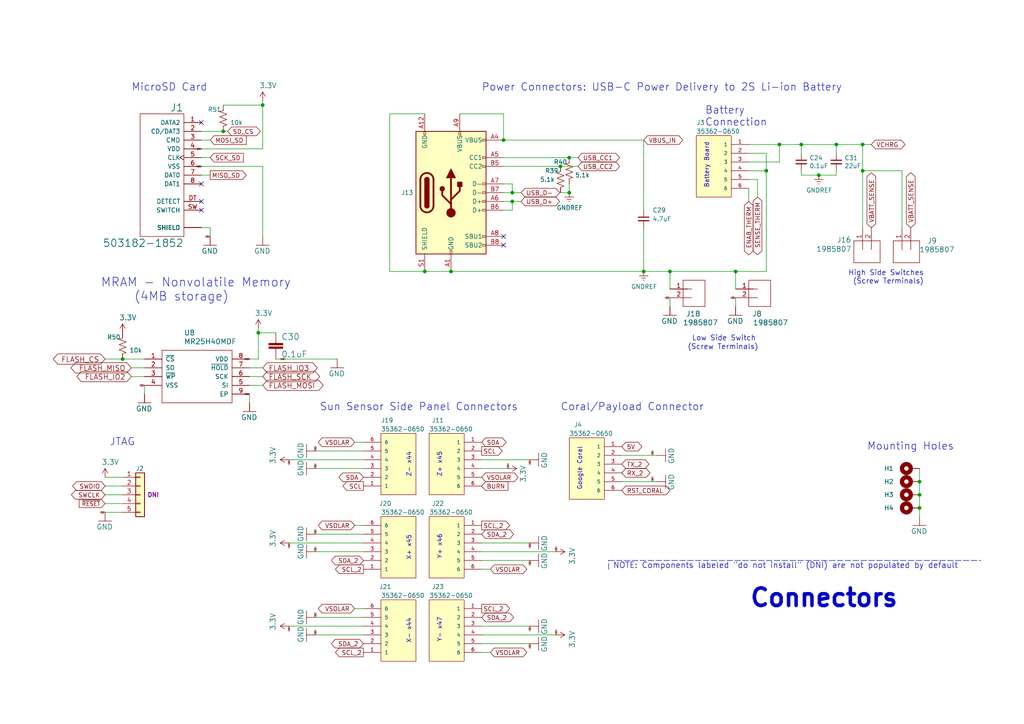
<source format=kicad_sch>
(kicad_sch (version 20211123) (generator eeschema)
  (paper "A4")
  (title_block (title "PyCubed Mainboard") (date "2021-06-09") (rev "v05c") (company "Max Holliday"))
  (lib_symbols
    (symbol "Connector_Generic:Conn_01x05" (pin_names (offset 1.016) hide)
      (property "Reference" "J" (at 0 7.62 0))
      (property "Value" "Conn_01x05" (at 0 -7.62 0))
      (symbol "Conn_01x05_1_1"
        (rectangle (start -1.27 -4.953) (end 0 -5.207) (stroke (width 0.1524)))
        (rectangle (start -1.27 -2.413) (end 0 -2.667) (stroke (width 0.1524)))
        (rectangle (start -1.27 0.127) (end 0 -0.127) (stroke (width 0.1524)))
        (rectangle (start -1.27 2.667) (end 0 2.413) (stroke (width 0.1524)))
        (rectangle (start -1.27 5.207) (end 0 4.953) (stroke (width 0.1524)))
        (rectangle (start -1.27 6.35) (end 1.27 -6.35) (stroke (width 0.254)) (fill (type background)))
        (pin passive line (at -5.08 5.08 0) (length 3.81) (name "Pin_1") (number "1"))
        (pin passive line (at -5.08 2.54 0) (length 3.81) (name "Pin_2") (number "2"))
        (pin passive line (at -5.08 0 0) (length 3.81) (name "Pin_3") (number "3"))
        (pin passive line (at -5.08 -2.54 0) (length 3.81) (name "Pin_4") (number "4"))
        (pin passive line (at -5.08 -5.08 0) (length 3.81) (name "Pin_5") (number "5"))
      )
    )
    (symbol "Device:C_Small" (pin_numbers hide) (pin_names (offset 0.254) hide)
      (property "Reference" "C" (at 0.254 1.778 0))
      (property "Value" "C_Small" (at 0.254 -2.032 0))
      (symbol "C_Small_0_1"
        (polyline (pts (xy -1.524 -0.508) (xy 1.524 -0.508)) (stroke (width 0.3302)))
        (polyline (pts (xy -1.524 0.508) (xy 1.524 0.508)) (stroke (width 0.3048)))
      )
      (symbol "C_Small_1_1"
        (pin passive line (at 0 2.54 270) (length 2.032) (name "~") (number "1"))
        (pin passive line (at 0 -2.54 90) (length 2.032) (name "~") (number "2"))
      )
    )
    (symbol "Device:R_US" (pin_numbers hide) (pin_names (offset 0))
      (property "Reference" "R" (at 2.54 0 90))
      (property "Value" "R_US" (at -2.54 0 90))
      (symbol "R_US_0_1"
        (polyline (pts (xy 0 -2.286) (xy 0 -2.54)))
        (polyline (pts (xy 0 2.286) (xy 0 2.54)))
        (polyline (pts (xy 0 -0.762) (xy 1.016 -1.143) (xy 0 -1.524) (xy -1.016 -1.905) (xy 0 -2.286)))
        (polyline (pts (xy 0 0.762) (xy 1.016 0.381) (xy 0 0) (xy -1.016 -0.381) (xy 0 -0.762)))
        (polyline (pts (xy 0 2.286) (xy 1.016 1.905) (xy 0 1.524) (xy -1.016 1.143) (xy 0 0.762)))
      )
      (symbol "R_US_1_1"
        (pin passive line (at 0 3.81 270) (length 1.27) (name "~") (number "1"))
        (pin passive line (at 0 -3.81 90) (length 1.27) (name "~") (number "2"))
      )
    )
    (symbol "Mechanical:MountingHole_Pad" (pin_numbers hide) (pin_names (offset 1.016) hide)
      (property "Reference" "H" (at 0 6.35 0))
      (property "Value" "MountingHole_Pad" (at 0 4.445 0))
      (symbol "MountingHole_Pad_0_1"
        (circle (center 0 1.27) (radius 1.27) (stroke (width 1.27)))
      )
      (symbol "MountingHole_Pad_1_1"
        (pin input line (at 0 -2.54 90) (length 2.54) (name "1") (number "1"))
      )
    )
    (symbol "mainboard:2.2UF-0603-10V-20%" (pin_names (offset 1.016))
      (property "Reference" "C" (at 1.524 2.921 0))
      (property "Value" "2.2UF-0603-10V-20%" (at 1.524 -2.159 0))
      (symbol "2.2UF-0603-10V-20%_1_0"
        (rectangle (start -2.032 0.508) (end 2.032 1.016) (fill (type outline)))
        (rectangle (start -2.032 1.524) (end 2.032 2.032) (fill (type outline)))
        (polyline (pts (xy 0 0) (xy 0 0.508)))
        (polyline (pts (xy 0 2.54) (xy 0 2.032)))
        (pin passive line (at 0 5.08 270) (length 2.54) (name "1") (number "1"))
        (pin passive line (at 0 -2.54 90) (length 2.54) (name "2") (number "2"))
      )
    )
    (symbol "mainboard:3.3V" (power) (pin_names (offset 1.016))
      (property "Value" "3.3V" (at -1.016 3.556 0))
      (symbol "3.3V_1_0"
        (polyline (pts (xy 0 2.54) (xy -0.762 1.27)))
        (polyline (pts (xy 0.762 1.27) (xy 0 2.54)))
        (pin power_in line (at 0 0 90) (length 2.54) (name "3.3V") (number "1"))
      )
    )
    (symbol "mainboard:35362-0650" (pin_names (offset 1.016))
      (property "Reference" "J" (at -5.334 11.4554 0))
      (property "Value" "35362-0650" (at -6.096 -11.684 0))
      (symbol "35362-0650_0_0"
        (rectangle (start -5.08 -7.62) (end 5.08 10.16) (stroke (width 0.1524)) (fill (type background)))
        (pin passive line (at 10.16 7.62 180) (length 5.08) (name "1") (number "1"))
        (pin passive line (at 10.16 5.08 180) (length 5.08) (name "2") (number "2"))
        (pin passive line (at 10.16 2.54 180) (length 5.08) (name "3") (number "3"))
        (pin passive line (at 10.16 0 180) (length 5.08) (name "4") (number "4"))
        (pin passive line (at 10.16 -2.54 180) (length 5.08) (name "5") (number "5"))
        (pin passive line (at 10.16 -5.08 180) (length 5.08) (name "6") (number "6"))
      )
    )
    (symbol "mainboard:503182-1852" (pin_names (offset 1.016))
      (property "Reference" "J" (at 0 18.3642 0))
      (property "Value" "503182-1852" (at 0 -20.9042 0))
      (symbol "503182-1852_1_0"
        (polyline (pts (xy 0 -17.78) (xy 12.7 -17.78)))
        (polyline (pts (xy 0 17.78) (xy 0 -17.78)))
        (polyline (pts (xy 12.7 -17.78) (xy 12.7 17.78)))
        (polyline (pts (xy 12.7 17.78) (xy 0 17.78)))
        (pin bidirectional line (at -5.08 15.24 0) (length 5.08) (name "DATA2") (number "1"))
        (pin bidirectional line (at -5.08 12.7 0) (length 5.08) (name "CD/DAT3") (number "2"))
        (pin bidirectional line (at -5.08 10.16 0) (length 5.08) (name "CMD") (number "3"))
        (pin power_in line (at -5.08 7.62 0) (length 5.08) (name "VDD") (number "4"))
        (pin bidirectional clock (at -5.08 5.08 0) (length 5.08) (name "CLK") (number "5"))
        (pin power_in line (at -5.08 2.54 0) (length 5.08) (name "VSS") (number "6"))
        (pin bidirectional line (at -5.08 0 0) (length 5.08) (name "DAT0") (number "7"))
        (pin bidirectional line (at -5.08 -2.54 0) (length 5.08) (name "DAT1") (number "8"))
        (pin bidirectional line (at -5.08 -7.62 0) (length 5.08) (name "DETECT") (number "DT"))
        (pin passive line (at -5.08 -15.24 0) (length 5.08) (name "SHIELD") (number "P1"))
        (pin passive line (at -5.08 -15.24 0) (length 5.08) (name "SHIELD") (number "P2"))
        (pin passive line (at -5.08 -15.24 0) (length 5.08) (name "SHIELD") (number "P3"))
        (pin passive line (at -5.08 -15.24 0) (length 5.08) (name "SHIELD") (number "P4"))
        (pin passive line (at -5.08 -15.24 0) (length 5.08) (name "SHIELD") (number "P5"))
        (pin bidirectional line (at -5.08 -10.16 0) (length 5.08) (name "SWITCH") (number "SW"))
      )
    )
    (symbol "mainboard:GND" (power) (pin_names (offset 1.016))
      (property "Value" "GND" (at -2.54 -2.54 0))
      (symbol "GND_1_0"
        (polyline (pts (xy -1.905 0) (xy 1.905 0)))
        (pin power_in line (at 0 2.54 270) (length 2.54) (name "GND") (number "1"))
      )
    )
    (symbol "mainboard:M023.5MM_LOCK" (pin_names (offset 1.016))
      (property "Reference" "JP" (at -2.54 5.842 0))
      (property "Value" "M023.5MM_LOCK" (at -2.54 -5.08 0))
      (symbol "M023.5MM_LOCK_1_0"
        (polyline (pts (xy -2.54 5.08) (xy -2.54 -2.54)))
        (polyline (pts (xy -2.54 5.08) (xy 3.81 5.08)))
        (polyline (pts (xy 1.27 0) (xy 2.54 0)))
        (polyline (pts (xy 1.27 2.54) (xy 2.54 2.54)))
        (polyline (pts (xy 3.81 -2.54) (xy -2.54 -2.54)))
        (polyline (pts (xy 3.81 -2.54) (xy 3.81 5.08)))
        (pin passive line (at 7.62 0 180) (length 5.08) (name "1") (number "1"))
        (pin passive line (at 7.62 2.54 180) (length 5.08) (name "2") (number "2"))
      )
    )
    (symbol "mainboard:MR25H40MDF" (pin_names (offset 1.016))
      (property "Reference" "U" (at 11.43 7.62 0))
      (property "Value" "MR25H40MDF" (at 11.43 5.08 0))
      (symbol "MR25H40MDF_1_0"
        (polyline (pts (xy 5.08 2.54) (xy 5.08 -12.7)))
        (polyline (pts (xy 5.08 2.54) (xy 25.4 2.54)))
        (polyline (pts (xy 25.4 -12.7) (xy 5.08 -12.7)))
        (polyline (pts (xy 25.4 -12.7) (xy 25.4 2.54)))
        (pin bidirectional line (at 0 0 0) (length 5.08) (name "~{CS}") (number "1"))
        (pin bidirectional line (at 0 -2.54 0) (length 5.08) (name "SO") (number "2"))
        (pin bidirectional line (at 0 -5.08 0) (length 5.08) (name "~{WP}") (number "3"))
        (pin bidirectional line (at 0 -7.62 0) (length 5.08) (name "VSS") (number "4"))
        (pin bidirectional line (at 30.48 -7.62 180) (length 5.08) (name "SI") (number "5"))
        (pin bidirectional line (at 30.48 -5.08 180) (length 5.08) (name "SCK") (number "6"))
        (pin bidirectional line (at 30.48 -2.54 180) (length 5.08) (name "~{HOLD}") (number "7"))
        (pin bidirectional line (at 30.48 0 180) (length 5.08) (name "VDD") (number "8"))
        (pin bidirectional line (at 30.48 -10.16 180) (length 5.08) (name "EP") (number "9"))
      )
    )
    (symbol "mainboard:USB_C_pycubed" (pin_names (offset 1.016))
      (property "Reference" "J" (at -12.7 0 90))
      (symbol "USB_C_pycubed_1_1"
        (rectangle (start -10.16 17.78) (end 10.16 -17.78) (stroke (width 0.254)) (fill (type background)))
        (arc (start -8.89 -3.81) (mid -6.985 -5.715) (end -5.08 -3.81) (stroke (width 0.508)))
        (rectangle (start -7.874 17.78) (end -7.366 16.764))
        (arc (start -7.62 -3.81) (mid -6.985 -4.445) (end -6.35 -3.81) (stroke (width 0.254)))
        (arc (start -7.62 -3.81) (mid -6.985 -4.445) (end -6.35 -3.81) (stroke (width 0.254)) (fill (type outline)))
        (rectangle (start -7.62 -3.81) (end -6.35 3.81) (stroke (width 0.254)) (fill (type outline)))
        (arc (start -6.35 3.81) (mid -6.985 4.445) (end -7.62 3.81) (stroke (width 0.254)))
        (arc (start -6.35 3.81) (mid -6.985 4.445) (end -7.62 3.81) (stroke (width 0.254)) (fill (type outline)))
        (arc (start -5.08 3.81) (mid -6.985 5.715) (end -8.89 3.81) (stroke (width 0.508)))
        (circle (center -2.54 1.143) (radius 0.635) (stroke (width 0.254)) (fill (type outline)))
        (rectangle (start -0.254 -17.78) (end 0.254 -16.764))
        (circle (center 0 -5.842) (radius 1.27) (fill (type outline)))
        (polyline (pts (xy -8.89 -3.81) (xy -8.89 3.81)) (stroke (width 0.508)))
        (polyline (pts (xy -5.08 3.81) (xy -5.08 -3.81)) (stroke (width 0.508)))
        (polyline (pts (xy 0 -5.842) (xy 0 4.318)) (stroke (width 0.508)))
        (polyline (pts (xy 0 -3.302) (xy -2.54 -0.762) (xy -2.54 0.508)) (stroke (width 0.508)))
        (polyline (pts (xy 0 -2.032) (xy 2.54 0.508) (xy 2.54 1.778)) (stroke (width 0.508)))
        (polyline (pts (xy -1.27 4.318) (xy 0 6.858) (xy 1.27 4.318) (xy -1.27 4.318)) (stroke (width 0.254)) (fill (type outline)))
        (rectangle (start 1.905 1.778) (end 3.175 3.048) (stroke (width 0.254)) (fill (type outline)))
        (rectangle (start 2.286 17.78) (end 2.794 16.764))
        (rectangle (start 10.16 -14.986) (end 9.144 -15.494))
        (rectangle (start 10.16 -12.446) (end 9.144 -12.954))
        (rectangle (start 10.16 -4.826) (end 9.144 -5.334))
        (rectangle (start 10.16 -2.286) (end 9.144 -2.794))
        (rectangle (start 10.16 0.254) (end 9.144 -0.254))
        (rectangle (start 10.16 2.794) (end 9.144 2.286))
        (rectangle (start 10.16 7.874) (end 9.144 7.366))
        (rectangle (start 10.16 10.414) (end 9.144 9.906))
        (rectangle (start 10.16 15.494) (end 9.144 14.986))
        (pin passive line (at 0 -22.86 90) (length 5.08) (name "GND") (number "A1"))
        (pin passive line (at -7.62 22.86 270) (length 5.08) (name "GND") (number "A12"))
        (pin passive line (at 15.24 15.24 180) (length 5.08) (name "VBUS") (number "A4"))
        (pin bidirectional line (at 15.24 10.16 180) (length 5.08) (name "CC1") (number "A5"))
        (pin bidirectional line (at 15.24 -2.54 180) (length 5.08) (name "D+") (number "A6"))
        (pin bidirectional line (at 15.24 2.54 180) (length 5.08) (name "D-") (number "A7"))
        (pin bidirectional line (at 15.24 -12.7 180) (length 5.08) (name "SBU1") (number "A8"))
        (pin passive line (at 2.54 22.86 270) (length 5.08) (name "VBUS") (number "A9"))
        (pin bidirectional line (at 15.24 7.62 180) (length 5.08) (name "CC2") (number "B5"))
        (pin bidirectional line (at 15.24 -5.08 180) (length 5.08) (name "D+") (number "B6"))
        (pin bidirectional line (at 15.24 0 180) (length 5.08) (name "D-") (number "B7"))
        (pin bidirectional line (at 15.24 -15.24 180) (length 5.08) (name "SBU2") (number "B8"))
        (pin passive line (at -7.62 -22.86 90) (length 5.08) (name "SHIELD") (number "S1"))
      )
    )
    (symbol "power:GNDREF" (power) (pin_names (offset 0))
      (property "Value" "GNDREF" (at 0 -3.81 0))
      (symbol "GNDREF_0_1"
        (polyline (pts (xy -0.635 -1.905) (xy 0.635 -1.905)))
        (polyline (pts (xy -0.127 -2.54) (xy 0.127 -2.54)))
        (polyline (pts (xy 0 -1.27) (xy 0 0)))
        (polyline (pts (xy 1.27 -1.27) (xy -1.27 -1.27)))
      )
      (symbol "GNDREF_1_1"
        (pin power_in line (at 0 0 270) (length 0) hide (name "GNDREF") (number "1"))
      )
    )
  )
  (junction (at 74.93 96.52))
  (junction (at 213.36 78.74))
  (junction (at 165.1 45.72))
  (junction (at 123.19 78.74))
  (junction (at 242.57 41.91))
  (junction (at 165.1 55.88))
  (junction (at 186.69 78.74))
  (junction (at 130.81 78.74))
  (junction (at 266.7 143.51))
  (junction (at 35.56 104.14))
  (junction (at 226.06 41.91))
  (junction (at 148.59 55.88))
  (junction (at 266.7 147.32))
  (junction (at 76.2 30.48))
  (junction (at 237.49 50.8))
  (junction (at 232.41 41.91))
  (junction (at 146.05 40.64))
  (junction (at 222.25 49.53))
  (junction (at 250.19 49.53))
  (junction (at 64.77 38.1))
  (junction (at 148.59 58.42))
  (junction (at 266.7 139.7))
  (junction (at 194.31 78.74))
  (junction (at 250.19 41.91))
  (junction (at 162.56 48.26))
  (no_connect (at 146.05 71.12))
  (no_connect (at 58.42 53.34))
  (no_connect (at 58.42 35.56))
  (no_connect (at 58.42 58.42))
  (no_connect (at 58.42 60.96))
  (no_connect (at 146.05 68.58))
  (wire (pts (xy 186.69 66.04) (xy 186.69 78.74)))
  (wire (pts (xy 83.82 157.48) (xy 105.41 157.48)))
  (wire (pts (xy 35.56 143.51) (xy 30.48 143.51)))
  (wire (pts (xy 80.01 96.52) (xy 74.93 96.52)))
  (polyline (pts (xy 176.53 165.1) (xy 176.53 162.56)))
  (wire (pts (xy 217.17 41.91) (xy 226.06 41.91)))
  (wire (pts (xy 76.2 30.48) (xy 76.2 29.21)))
  (wire (pts (xy 91.44 130.81) (xy 105.41 130.81)))
  (wire (pts (xy 194.31 78.74) (xy 213.36 78.74)))
  (wire (pts (xy 139.7 189.23) (xy 142.24 189.23)))
  (wire (pts (xy 76.2 48.26) (xy 76.2 68.58)))
  (wire (pts (xy 180.34 132.08) (xy 190.5 132.08)))
  (wire (pts (xy 165.1 45.72) (xy 167.64 45.72)))
  (wire (pts (xy 35.56 146.05) (xy 30.48 146.05)))
  (wire (pts (xy 64.77 30.48) (xy 76.2 30.48)))
  (wire (pts (xy 146.05 48.26) (xy 162.56 48.26)))
  (wire (pts (xy 113.03 78.74) (xy 113.03 33.02)))
  (wire (pts (xy 219.71 52.07) (xy 219.71 57.15)))
  (wire (pts (xy 242.57 44.45) (xy 242.57 41.91)))
  (wire (pts (xy 194.31 86.36) (xy 194.31 88.9)))
  (wire (pts (xy 222.25 44.45) (xy 222.25 49.53)))
  (wire (pts (xy 162.56 48.26) (xy 167.64 48.26)))
  (wire (pts (xy 232.41 50.8) (xy 232.41 49.53)))
  (wire (pts (xy 266.7 143.51) (xy 266.7 147.32)))
  (wire (pts (xy 153.67 162.56) (xy 139.7 162.56)))
  (wire (pts (xy 64.77 38.1) (xy 66.04 38.1)))
  (wire (pts (xy 146.05 33.02) (xy 146.05 40.64)))
  (wire (pts (xy 105.41 176.53) (xy 102.87 176.53)))
  (wire (pts (xy 91.44 179.07) (xy 105.41 179.07)))
  (wire (pts (xy 30.48 148.59) (xy 35.56 148.59)))
  (wire (pts (xy 147.32 135.89) (xy 139.7 135.89)))
  (wire (pts (xy 58.42 45.72) (xy 60.96 45.72)))
  (wire (pts (xy 105.41 152.4) (xy 102.87 152.4)))
  (wire (pts (xy 266.7 139.7) (xy 266.7 143.51)))
  (wire (pts (xy 250.19 49.53) (xy 261.62 49.53)))
  (wire (pts (xy 91.44 154.94) (xy 105.41 154.94)))
  (wire (pts (xy 148.59 60.96) (xy 148.59 58.42)))
  (wire (pts (xy 213.36 83.82) (xy 213.36 78.74)))
  (wire (pts (xy 76.2 43.18) (xy 76.2 30.48)))
  (wire (pts (xy 58.42 40.64) (xy 60.96 40.64)))
  (wire (pts (xy 146.05 60.96) (xy 148.59 60.96)))
  (wire (pts (xy 72.39 104.14) (xy 74.93 104.14)))
  (wire (pts (xy 250.19 41.91) (xy 250.19 49.53)))
  (wire (pts (xy 217.17 52.07) (xy 219.71 52.07)))
  (wire (pts (xy 148.59 58.42) (xy 146.05 58.42)))
  (wire (pts (xy 186.69 40.64) (xy 186.69 60.96)))
  (wire (pts (xy 58.42 66.04) (xy 60.96 66.04)))
  (wire (pts (xy 180.34 139.7) (xy 190.5 139.7)))
  (wire (pts (xy 226.06 41.91) (xy 232.41 41.91)))
  (wire (pts (xy 153.67 186.69) (xy 139.7 186.69)))
  (wire (pts (xy 213.36 78.74) (xy 222.25 78.74)))
  (wire (pts (xy 186.69 78.74) (xy 194.31 78.74)))
  (wire (pts (xy 161.29 184.15) (xy 139.7 184.15)))
  (wire (pts (xy 266.7 135.89) (xy 266.7 139.7)))
  (wire (pts (xy 76.2 106.68) (xy 72.39 106.68)))
  (wire (pts (xy 153.67 157.48) (xy 139.7 157.48)))
  (wire (pts (xy 266.7 147.32) (xy 266.7 149.86)))
  (wire (pts (xy 153.67 133.35) (xy 139.7 133.35)))
  (wire (pts (xy 30.48 104.14) (xy 35.56 104.14)))
  (wire (pts (xy 148.59 53.34) (xy 148.59 55.88)))
  (wire (pts (xy 91.44 160.02) (xy 105.41 160.02)))
  (wire (pts (xy 222.25 49.53) (xy 222.25 78.74)))
  (wire (pts (xy 226.06 46.99) (xy 217.17 46.99)))
  (wire (pts (xy 217.17 49.53) (xy 222.25 49.53)))
  (wire (pts (xy 237.49 50.8) (xy 242.57 50.8)))
  (wire (pts (xy 123.19 78.74) (xy 113.03 78.74)))
  (wire (pts (xy 123.19 78.74) (xy 130.81 78.74)))
  (wire (pts (xy 76.2 109.22) (xy 72.39 109.22)))
  (wire (pts (xy 35.56 104.14) (xy 41.91 104.14)))
  (wire (pts (xy 186.69 40.64) (xy 146.05 40.64)))
  (wire (pts (xy 252.73 41.91) (xy 250.19 41.91)))
  (wire (pts (xy 91.44 184.15) (xy 105.41 184.15)))
  (wire (pts (xy 72.39 114.3) (xy 72.39 116.84)))
  (wire (pts (xy 83.82 181.61) (xy 105.41 181.61)))
  (wire (pts (xy 261.62 49.53) (xy 261.62 66.04)))
  (wire (pts (xy 250.19 49.53) (xy 250.19 66.04)))
  (wire (pts (xy 148.59 55.88) (xy 151.13 55.88)))
  (wire (pts (xy 91.44 135.89) (xy 105.41 135.89)))
  (wire (pts (xy 60.96 66.04) (xy 60.96 68.58)))
  (wire (pts (xy 217.17 44.45) (xy 222.25 44.45)))
  (wire (pts (xy 105.41 128.27) (xy 102.87 128.27)))
  (wire (pts (xy 80.01 104.14) (xy 97.79 104.14)))
  (wire (pts (xy 74.93 104.14) (xy 74.93 96.52)))
  (wire (pts (xy 146.05 53.34) (xy 148.59 53.34)))
  (wire (pts (xy 133.35 33.02) (xy 146.05 33.02)))
  (wire (pts (xy 161.29 160.02) (xy 139.7 160.02)))
  (wire (pts (xy 242.57 50.8) (xy 242.57 49.53)))
  (wire (pts (xy 83.82 133.35) (xy 105.41 133.35)))
  (wire (pts (xy 165.1 55.88) (xy 165.1 53.34)))
  (wire (pts (xy 232.41 50.8) (xy 237.49 50.8)))
  (wire (pts (xy 139.7 165.1) (xy 142.24 165.1)))
  (wire (pts (xy 146.05 45.72) (xy 165.1 45.72)))
  (wire (pts (xy 194.31 83.82) (xy 194.31 78.74)))
  (wire (pts (xy 162.56 55.88) (xy 165.1 55.88)))
  (wire (pts (xy 76.2 111.76) (xy 72.39 111.76)))
  (wire (pts (xy 186.69 78.74) (xy 130.81 78.74)))
  (wire (pts (xy 226.06 41.91) (xy 226.06 46.99)))
  (wire (pts (xy 58.42 43.18) (xy 76.2 43.18)))
  (wire (pts (xy 58.42 38.1) (xy 64.77 38.1)))
  (wire (pts (xy 148.59 58.42) (xy 151.13 58.42)))
  (wire (pts (xy 30.48 138.43) (xy 35.56 138.43)))
  (wire (pts (xy 35.56 140.97) (xy 30.48 140.97)))
  (wire (pts (xy 41.91 111.76) (xy 41.91 114.3)))
  (wire (pts (xy 113.03 33.02) (xy 123.19 33.02)))
  (wire (pts (xy 38.1 106.68) (xy 41.91 106.68)))
  (wire (pts (xy 74.93 96.52) (xy 74.93 95.25)))
  (wire (pts (xy 153.67 181.61) (xy 139.7 181.61)))
  (wire (pts (xy 148.59 55.88) (xy 146.05 55.88)))
  (wire (pts (xy 232.41 44.45) (xy 232.41 41.91)))
  (wire (pts (xy 213.36 86.36) (xy 213.36 88.9)))
  (wire (pts (xy 58.42 50.8) (xy 60.96 50.8)))
  (wire (pts (xy 242.57 41.91) (xy 250.19 41.91)))
  (polyline (pts (xy 176.53 162.56) (xy 284.48 162.56)))
  (wire (pts (xy 58.42 48.26) (xy 76.2 48.26)))
  (wire (pts (xy 232.41 41.91) (xy 242.57 41.91)))
  (wire (pts (xy 217.17 54.61) (xy 217.17 58.42)))
  (wire (pts (xy 38.1 109.22) (xy 41.91 109.22)))
  (text "Google Coral" (at 168.91 142.24 90) (effects (font (size 1.27 1.27)) (justify left bottom)))
  (text "Power Connectors: USB-C Power Delivery to 2S Li-ion Battery" (at 139.7 26.67 0) (effects (font (size 2.159 2.159)) (justify left bottom)))
  (text "Coral/Payload Connector" (at 162.56 119.38 0) (effects (font (size 2.159 2.159)) (justify left bottom)))
  (text "NOTE: Components labeled \"do not install\" (DNI) are not populated by default" (at 177.8 165.1 0) (effects (font (size 1.651 1.651)) (justify left bottom)))
  (text "Battery Board" (at 205.74 54.61 90) (effects (font (size 1.27 1.27)) (justify left bottom)))
  (text "Z+ x45" (at 128.27 138.43 90) (effects (font (size 1.27 1.27)) (justify left bottom)))
  (text "High Side Switches\n(Screw Terminals)" (at 267.97 82.55 180) (effects (font (size 1.4986 1.4986)) (justify right bottom)))
  (text "Connectors" (at 217.17 176.53 0) (effects (font (size 5.08 5.08) (thickness 1.016) bold) (justify left bottom)))
  (text "Battery\nConnection" (at 204.47 36.83 0) (effects (font (size 2.159 2.159)) (justify left bottom)))
  (text "Y- x47" (at 128.27 179.07 270) (effects (font (size 1.27 1.27)) (justify right bottom)))
  (text "Low Side Switch" (at 200.66 99.06 0) (effects (font (size 1.4986 1.4986)) (justify left bottom)))
  (text "Sun Sensor Side Panel Connectors" (at 92.71 119.38 0) (effects (font (size 2.159 2.159)) (justify left bottom)))
  (text "MRAM - Nonvolatile Memory\n     (4MB storage)" (at 29.21 87.63 0) (effects (font (size 2.54 2.54)) (justify left bottom)))
  (text "Y+ x46" (at 128.27 154.94 270) (effects (font (size 1.27 1.27)) (justify right bottom)))
  (text "Z- x44" (at 119.38 138.43 90) (effects (font (size 1.27 1.27)) (justify left bottom)))
  (text "MicroSD Card" (at 38.1 26.67 0) (effects (font (size 2.159 2.159)) (justify left bottom)))
  (text "X- x44" (at 119.38 186.69 90) (effects (font (size 1.27 1.27)) (justify left bottom)))
  (text "JTAG" (at 31.75 129.54 0) (effects (font (size 2.159 2.159)) (justify left bottom)))
  (text "(Screw Terminals)" (at 199.39 101.6 0) (effects (font (size 1.4986 1.4986)) (justify left bottom)))
  (text "Mounting Holes" (at 251.46 130.81 0) (effects (font (size 2.159 2.159)) (justify left bottom)))
  (text "X+ x45" (at 119.38 162.56 90) (effects (font (size 1.27 1.27)) (justify left bottom)))
  (global_label "SD_CS" (shape bidirectional) (at 66.04 38.1 0) (property "Intersheet References" "${INTERSHEET_REFS}" (effects hide)))
  (global_label "SDA_2" (shape bidirectional) (at 105.41 186.69 180) (property "Intersheet References" "${INTERSHEET_REFS}" (effects hide)))
  (global_label "GND" (shape bidirectional) (at 153.67 133.35 270) (effects (font (size 0.254 0.254))) (property "Intersheet References" "${INTERSHEET_REFS}" (effects hide)))
  (global_label "RX_2" (shape bidirectional) (at 180.34 137.16 0) (property "Intersheet References" "${INTERSHEET_REFS}" (effects hide)))
  (global_label "MISO_SD" (shape output) (at 60.96 50.8 0) (property "Intersheet References" "${INTERSHEET_REFS}" (effects hide)))
  (global_label "3.3V" (shape bidirectional) (at 161.29 184.15 90) (effects (font (size 0.254 0.254))) (property "Intersheet References" "${INTERSHEET_REFS}" (effects hide)))
  (global_label "SCL" (shape output) (at 139.7 130.81 0) (property "Intersheet References" "${INTERSHEET_REFS}" (effects hide)))
  (global_label "SCL" (shape output) (at 105.41 140.97 180) (property "Intersheet References" "${INTERSHEET_REFS}" (effects hide)))
  (global_label "GND" (shape bidirectional) (at 91.44 154.94 90) (effects (font (size 0.254 0.254))) (property "Intersheet References" "${INTERSHEET_REFS}" (effects hide)))
  (global_label "GND" (shape bidirectional) (at 41.91 111.76 180) (effects (font (size 0.254 0.254))) (property "Intersheet References" "${INTERSHEET_REFS}" (effects hide)))
  (global_label "GND" (shape bidirectional) (at 153.67 186.69 270) (effects (font (size 0.254 0.254))) (property "Intersheet References" "${INTERSHEET_REFS}" (effects hide)))
  (global_label "FLASH_CS" (shape bidirectional) (at 30.48 104.14 180) (effects (font (size 1.4986 1.4986))) (property "Intersheet References" "${INTERSHEET_REFS}" (effects hide)))
  (global_label "3.3V" (shape bidirectional) (at 83.82 157.48 270) (effects (font (size 0.254 0.254))) (property "Intersheet References" "${INTERSHEET_REFS}" (effects hide)))
  (global_label "GND" (shape bidirectional) (at 153.67 181.61 270) (effects (font (size 0.254 0.254))) (property "Intersheet References" "${INTERSHEET_REFS}" (effects hide)))
  (global_label "GND" (shape bidirectional) (at 60.96 68.58 180) (effects (font (size 0.254 0.254))) (property "Intersheet References" "${INTERSHEET_REFS}" (effects hide)))
  (global_label "GND" (shape bidirectional) (at 81.28 104.14 0) (effects (font (size 0.254 0.254))) (property "Intersheet References" "${INTERSHEET_REFS}" (effects hide)))
  (global_label "SCK_SD" (shape input) (at 60.96 45.72 0) (property "Intersheet References" "${INTERSHEET_REFS}" (effects hide)))
  (global_label "3.3V" (shape bidirectional) (at 72.39 104.14 180) (effects (font (size 0.254 0.254))) (property "Intersheet References" "${INTERSHEET_REFS}" (effects hide)))
  (global_label "TX_2" (shape bidirectional) (at 180.34 134.62 0) (property "Intersheet References" "${INTERSHEET_REFS}" (effects hide)))
  (global_label "FLASH_SCK" (shape bidirectional) (at 76.2 109.22 0) (effects (font (size 1.4986 1.4986))) (property "Intersheet References" "${INTERSHEET_REFS}" (effects hide)))
  (global_label "SWDIO" (shape bidirectional) (at 30.48 140.97 180) (property "Intersheet References" "${INTERSHEET_REFS}" (effects hide)))
  (global_label "GND" (shape bidirectional) (at 213.36 86.36 180) (effects (font (size 0.254 0.254))) (property "Intersheet References" "${INTERSHEET_REFS}" (effects hide)))
  (global_label "SCL_2" (shape output) (at 139.7 152.4 0) (property "Intersheet References" "${INTERSHEET_REFS}" (effects hide)))
  (global_label "GND" (shape bidirectional) (at 91.44 160.02 90) (effects (font (size 0.254 0.254))) (property "Intersheet References" "${INTERSHEET_REFS}" (effects hide)))
  (global_label "BURN" (shape input) (at 139.7 140.97 0) (property "Intersheet References" "${INTERSHEET_REFS}" (effects hide)))
  (global_label "VCHRG" (shape bidirectional) (at 252.73 41.91 0) (property "Intersheet References" "${INTERSHEET_REFS}" (effects hide)))
  (global_label "FLASH_MISO" (shape bidirectional) (at 38.1 106.68 180) (effects (font (size 1.4986 1.4986))) (property "Intersheet References" "${INTERSHEET_REFS}" (effects hide)))
  (global_label "FLASH_IO2" (shape bidirectional) (at 38.1 109.22 180) (effects (font (size 1.4986 1.4986))) (property "Intersheet References" "${INTERSHEET_REFS}" (effects hide)))
  (global_label "SDA_2" (shape bidirectional) (at 105.41 162.56 180) (property "Intersheet References" "${INTERSHEET_REFS}" (effects hide)))
  (global_label "USB_D+" (shape bidirectional) (at 151.13 58.42 0) (property "Intersheet References" "${INTERSHEET_REFS}" (effects hide)))
  (global_label "VSOLAR" (shape bidirectional) (at 102.87 152.4 180) (property "Intersheet References" "${INTERSHEET_REFS}" (effects hide)))
  (global_label "GND" (shape bidirectional) (at 194.31 86.36 180) (effects (font (size 0.254 0.254))) (property "Intersheet References" "${INTERSHEET_REFS}" (effects hide)))
  (global_label "GND" (shape bidirectional) (at 72.39 114.3 180) (effects (font (size 0.254 0.254))) (property "Intersheet References" "${INTERSHEET_REFS}" (effects hide)))
  (global_label "RST_CORAL" (shape bidirectional) (at 180.34 142.24 0) (property "Intersheet References" "${INTERSHEET_REFS}" (effects hide)))
  (global_label "GND" (shape bidirectional) (at 58.42 48.26 180) (effects (font (size 0.254 0.254))) (property "Intersheet References" "${INTERSHEET_REFS}" (effects hide)))
  (global_label "VBATT_SENSE" (shape bidirectional) (at 252.73 66.04 90) (property "Intersheet References" "${INTERSHEET_REFS}" (effects hide)))
  (global_label "VSOLAR" (shape bidirectional) (at 102.87 176.53 180) (property "Intersheet References" "${INTERSHEET_REFS}" (effects hide)))
  (global_label "GND" (shape bidirectional) (at 153.67 157.48 270) (effects (font (size 0.254 0.254))) (property "Intersheet References" "${INTERSHEET_REFS}" (effects hide)))
  (global_label "VSOLAR" (shape bidirectional) (at 139.7 138.43 0) (property "Intersheet References" "${INTERSHEET_REFS}" (effects hide)))
  (global_label "VSOLAR" (shape bidirectional) (at 142.24 189.23 0) (property "Intersheet References" "${INTERSHEET_REFS}" (effects hide)))
  (global_label "SDA" (shape bidirectional) (at 139.7 128.27 0) (property "Intersheet References" "${INTERSHEET_REFS}" (effects hide)))
  (global_label "SWCLK" (shape bidirectional) (at 30.48 143.51 180) (property "Intersheet References" "${INTERSHEET_REFS}" (effects hide)))
  (global_label "VSOLAR" (shape bidirectional) (at 142.24 165.1 0) (property "Intersheet References" "${INTERSHEET_REFS}" (effects hide)))
  (global_label "GND" (shape bidirectional) (at 91.44 130.81 90) (effects (font (size 0.254 0.254))) (property "Intersheet References" "${INTERSHEET_REFS}" (effects hide)))
  (global_label "SCL_2" (shape output) (at 105.41 165.1 180) (property "Intersheet References" "${INTERSHEET_REFS}" (effects hide)))
  (global_label "SENSE_THERM" (shape bidirectional) (at 219.71 57.15 270) (property "Intersheet References" "${INTERSHEET_REFS}" (effects hide)))
  (global_label "3.3V" (shape bidirectional) (at 147.32 135.89 90) (effects (font (size 0.254 0.254))) (property "Intersheet References" "${INTERSHEET_REFS}" (effects hide)))
  (global_label "FLASH_MOSI" (shape bidirectional) (at 76.2 111.76 0) (effects (font (size 1.4986 1.4986))) (property "Intersheet References" "${INTERSHEET_REFS}" (effects hide)))
  (global_label "GND" (shape bidirectional) (at 30.48 148.59 180) (effects (font (size 0.254 0.254))) (property "Intersheet References" "${INTERSHEET_REFS}" (effects hide)))
  (global_label "5V" (shape bidirectional) (at 180.34 129.54 0) (property "Intersheet References" "${INTERSHEET_REFS}" (effects hide)))
  (global_label "GND" (shape bidirectional) (at 153.67 162.56 270) (effects (font (size 0.254 0.254))) (property "Intersheet References" "${INTERSHEET_REFS}" (effects hide)))
  (global_label "ENAB_THERM" (shape bidirectional) (at 217.17 58.42 270) (property "Intersheet References" "${INTERSHEET_REFS}" (effects hide)))
  (global_label "3.3V" (shape bidirectional) (at 58.42 43.18 180) (effects (font (size 0.254 0.254))) (property "Intersheet References" "${INTERSHEET_REFS}" (effects hide)))
  (global_label "VBATT_SENSE" (shape bidirectional) (at 264.16 66.04 90) (property "Intersheet References" "${INTERSHEET_REFS}" (effects hide)))
  (global_label "SDA_2" (shape bidirectional) (at 139.7 179.07 0) (property "Intersheet References" "${INTERSHEET_REFS}" (effects hide)))
  (global_label "MOSI_SD" (shape input) (at 60.96 40.64 0) (property "Intersheet References" "${INTERSHEET_REFS}" (effects hide)))
  (global_label "GND" (shape bidirectional) (at 189.23 139.7 90) (effects (font (size 0.254 0.254))) (property "Intersheet References" "${INTERSHEET_REFS}" (effects hide)))
  (global_label "USB_CC2" (shape bidirectional) (at 167.64 48.26 0) (property "Intersheet References" "${INTERSHEET_REFS}" (effects hide)))
  (global_label "GND" (shape bidirectional) (at 91.44 179.07 90) (effects (font (size 0.254 0.254))) (property "Intersheet References" "${INTERSHEET_REFS}" (effects hide)))
  (global_label "USB_CC1" (shape bidirectional) (at 167.64 45.72 0) (property "Intersheet References" "${INTERSHEET_REFS}" (effects hide)))
  (global_label "3.3V" (shape bidirectional) (at 161.29 160.02 90) (effects (font (size 0.254 0.254))) (property "Intersheet References" "${INTERSHEET_REFS}" (effects hide)))
  (global_label "USB_D-" (shape bidirectional) (at 151.13 55.88 0) (property "Intersheet References" "${INTERSHEET_REFS}" (effects hide)))
  (global_label "GND" (shape bidirectional) (at 91.44 184.15 90) (effects (font (size 0.254 0.254))) (property "Intersheet References" "${INTERSHEET_REFS}" (effects hide)))
  (global_label "~{RESET}" (shape input) (at 30.48 146.05 180) (effects (font (size 1.1684 1.1684))) (property "Intersheet References" "${INTERSHEET_REFS}" (effects hide)))
  (global_label "VSOLAR" (shape bidirectional) (at 102.87 128.27 180) (property "Intersheet References" "${INTERSHEET_REFS}" (effects hide)))
  (global_label "FLASH_IO3" (shape bidirectional) (at 76.2 106.68 0) (effects (font (size 1.4986 1.4986))) (property "Intersheet References" "${INTERSHEET_REFS}" (effects hide)))
  (global_label "SDA" (shape bidirectional) (at 105.41 138.43 180) (property "Intersheet References" "${INTERSHEET_REFS}" (effects hide)))
  (global_label "GND" (shape bidirectional) (at 91.44 135.89 90) (effects (font (size 0.254 0.254))) (property "Intersheet References" "${INTERSHEET_REFS}" (effects hide)))
  (global_label "GND" (shape bidirectional) (at 189.23 132.08 90) (effects (font (size 0.254 0.254))) (property "Intersheet References" "${INTERSHEET_REFS}" (effects hide)))
  (global_label "SCL_2" (shape output) (at 105.41 189.23 180) (property "Intersheet References" "${INTERSHEET_REFS}" (effects hide)))
  (global_label "SDA_2" (shape bidirectional) (at 139.7 154.94 0) (property "Intersheet References" "${INTERSHEET_REFS}" (effects hide)))
  (global_label "VBUS_IN" (shape bidirectional) (at 186.69 40.64 0) (property "Intersheet References" "${INTERSHEET_REFS}" (effects hide)))
  (global_label "3.3V" (shape bidirectional) (at 83.82 133.35 270) (effects (font (size 0.254 0.254))) (property "Intersheet References" "${INTERSHEET_REFS}" (effects hide)))
  (global_label "SCL_2" (shape output) (at 139.7 176.53 0) (property "Intersheet References" "${INTERSHEET_REFS}" (effects hide)))
  (global_label "3.3V" (shape bidirectional) (at 83.82 181.61 270) (effects (font (size 0.254 0.254))) (property "Intersheet References" "${INTERSHEET_REFS}" (effects hide)))
  (symbol (lib_id "mainboard:GND") (at 41.91 116.84 0) (unit 1)
    (property "Reference" "#GND022" (effects hide))
    (property "Value" "GND" (at 39.37 119.38 0) (effects (font (size 1.4986 1.4986)) (justify left bottom)))
  )
  (symbol (lib_id "mainboard:503182-1852") (at 53.34 50.8 0) (mirror y) (unit 1)
    (property "Reference" "J1" (at 53.34 32.4358 0) (effects (font (size 2.159 2.159)) (justify left bottom)))
    (property "Value" "503182-1852" (at 53.34 71.7296 0) (effects (font (size 2.159 2.159)) (justify left bottom)))
    (property "Footprint" "mainboard:MOLEX_503182-1852" (effects hide))
    (property "Datasheet" "https://www.molex.com/pdm_docs/sd/5031821852_sd.pdf" (effects hide))
    (property "Description" "Molex microSD Card Socket" (effects hide))
    (property "Flight" "5031821852" (effects hide))
    (property "Manufacturer_Name" "Molex" (effects hide))
    (property "Manufacturer_Part_Number" "5031821852" (effects hide))
    (property "Proto" "5031821852" (effects hide))
  )
  (symbol (lib_id "mainboard:MR25H40MDF") (at 41.91 104.14 0) (unit 1)
    (property "Reference" "U8" (at 53.34 96.52 0) (effects (font (size 1.4986 1.4986)) (justify left)))
    (property "Value" "MR25H40MDF" (at 53.34 99.06 0) (effects (font (size 1.4986 1.4986)) (justify left)))
    (property "Footprint" "mainboard:SON127P600X500X90-9N" (effects hide))
    (property "Datasheet" "https://www.winbond.com/resource-files/w25q80dv%20dl_revh_10022015.pdf" (effects hide))
    (property "Description" "Non-Volatile Memory" (effects hide))
    (property "Flight" "MR25H40MDF" (effects hide))
    (property "Manufacturer_Name" "Everspin Technologies Inc." (effects hide))
    (property "Manufacturer_Part_Number" "W25Q80DVSNIG" (effects hide))
    (property "Proto" "W25Q80DVSNIG" (effects hide))
  )
  (symbol (lib_id "mainboard:2.2UF-0603-10V-20%") (at 80.01 101.6 0) (unit 1)
    (property "Reference" "C30" (at 81.534 98.679 0) (effects (font (size 1.778 1.778)) (justify left bottom)))
    (property "Value" "0.1uF" (at 81.534 103.759 0) (effects (font (size 1.778 1.778)) (justify left bottom)))
    (property "Footprint" "Capacitor_SMD:C_0603_1608Metric" (effects hide))
    (property "Description" "0.1uF +-10% 50V X7R 0603" (effects hide))
  )
  (symbol (lib_id "mainboard:GND") (at 97.79 106.68 0) (unit 1)
    (property "Reference" "#GND065" (effects hide))
    (property "Value" "GND" (at 95.25 109.22 0) (effects (font (size 1.4986 1.4986)) (justify left bottom)))
  )
  (symbol (lib_id "mainboard:GND") (at 30.48 151.13 0) (unit 1)
    (property "Reference" "#GND023" (effects hide))
    (property "Value" "GND" (at 27.94 153.67 0) (effects (font (size 1.4986 1.4986)) (justify left bottom)))
  )
  (symbol (lib_id "Connector_Generic:Conn_01x05") (at 40.64 143.51 0) (unit 1)
    (property "Reference" "J2" (at 39.37 135.89 0) (effects (justify left)))
    (property "Value" "Conn_01x05" (effects hide))
    (property "Footprint" "Connector_PinHeader_2.54mm:PinHeader_1x05_P2.54mm_Vertical" (effects hide))
    (property "DNI" "DNI" (at 44.45 143.51 0) (effects (font bold)))
    (property "Description" "Vertical Header - 0.1in (2.54mm)" (effects hide))
  )
  (symbol (lib_id "mainboard:3.3V") (at 30.48 138.43 0) (unit 1)
    (property "Reference" "#SUPPLY0102" (effects hide))
    (property "Value" "3.3V" (at 29.464 134.874 0) (effects (font (size 1.4986 1.4986)) (justify left bottom)))
  )
  (symbol (lib_id "Device:C_Small") (at 232.41 46.99 0) (unit 1)
    (property "Reference" "C24" (at 234.7468 45.8216 0) (effects (justify left)))
    (property "Value" "0.1uF" (at 234.7468 48.133 0) (effects (justify left)))
    (property "Footprint" "Capacitor_SMD:C_0603_1608Metric" (effects hide))
    (property "Description" "0.1uF +-10% 50V X7R 0603" (effects hide))
  )
  (symbol (lib_id "Device:C_Small") (at 242.57 46.99 0) (unit 1)
    (property "Reference" "C31" (at 244.9068 45.8216 0) (effects (justify left)))
    (property "Value" "22uF" (at 244.9068 48.133 0) (effects (justify left)))
    (property "Footprint" "Capacitor_SMD:C_0603_1608Metric" (effects hide))
    (property "Description" "22uF +-20% 10V X5R" (effects hide))
  )
  (symbol (lib_id "Device:R_US") (at 64.77 34.29 0) (mirror x) (unit 1)
    (property "Reference" "R51" (at 62.23 31.75 0))
    (property "Value" "10k" (at 68.58 35.56 0))
    (property "Footprint" "Resistor_SMD:R_0603_1608Metric" (effects hide))
    (property "Description" "10k 0603" (effects hide))
  )
  (symbol (lib_id "Device:R_US") (at 35.56 100.33 0) (mirror x) (unit 1)
    (property "Reference" "R50" (at 33.02 97.79 0))
    (property "Value" "10k" (at 39.37 101.6 0))
    (property "Footprint" "Resistor_SMD:R_0603_1608Metric" (effects hide))
    (property "Description" "10k 0603" (effects hide))
  )
  (symbol (lib_id "mainboard:3.3V") (at 35.56 96.52 0) (unit 1)
    (property "Reference" "#SUPPLY0116" (effects hide))
    (property "Value" "3.3V" (at 34.544 92.964 0) (effects (font (size 1.4986 1.4986)) (justify left bottom)))
  )
  (symbol (lib_id "Device:R_US") (at 165.1 49.53 0) (mirror x) (unit 1)
    (property "Reference" "R40" (at 162.56 46.99 0))
    (property "Value" "5.1k" (at 168.91 50.8 0))
    (property "Footprint" "Resistor_SMD:R_0603_1608Metric" (effects hide))
    (property "Description" "5.1k 0603" (effects hide))
  )
  (symbol (lib_id "Device:R_US") (at 162.56 52.07 0) (mirror x) (unit 1)
    (property "Reference" "R39" (at 160.02 49.53 0))
    (property "Value" "5.1k" (at 158.75 52.07 0))
    (property "Footprint" "Resistor_SMD:R_0603_1608Metric" (effects hide))
    (property "Description" "5.1k 0603" (effects hide))
  )
  (symbol (lib_id "power:GNDREF") (at 165.1 55.88 0) (unit 1)
    (property "Reference" "#PWR0107" (effects hide))
    (property "Value" "GNDREF" (at 165.227 60.2742 0))
  )
  (symbol (lib_id "Device:C_Small") (at 186.69 63.5 0) (unit 1)
    (property "Reference" "C29" (at 189.23 60.96 0) (effects (justify left)))
    (property "Value" "4.7uF" (at 189.23 63.5 0) (effects (justify left)))
    (property "Footprint" "Capacitor_SMD:C_0603_1608Metric" (effects hide))
    (property "Description" "4.7uF +-20% 10V X5R" (effects hide))
  )
  (symbol (lib_id "power:GNDREF") (at 186.69 78.74 0) (unit 1)
    (property "Reference" "#PWR0101" (effects hide))
    (property "Value" "GNDREF" (at 186.817 83.1342 0))
  )
  (symbol (lib_id "power:GNDREF") (at 237.49 50.8 0) (unit 1)
    (property "Reference" "#PWR0109" (effects hide))
    (property "Value" "GNDREF" (at 237.617 55.1942 0))
  )
  (symbol (lib_id "mainboard:USB_C_pycubed") (at 130.81 55.88 0) (unit 1)
    (property "Reference" "J13" (at 119.9134 55.88 0) (effects (justify right)))
    (property "Value" "USB_C_pycubed" (effects hide))
    (property "Footprint" "mainboard:USB_C_Receptacle_XKB_U262-161N-4BVC11" (effects hide))
  )
  (symbol (lib_id "mainboard:3.3V") (at 147.32 135.89 270) (unit 1)
    (property "Reference" "#SUPPLY011" (effects hide))
    (property "Value" "3.3V" (at 150.876 134.874 0) (effects (font (size 1.4986 1.4986)) (justify left bottom)))
  )
  (symbol (lib_id "Mechanical:MountingHole_Pad") (at 264.16 135.89 90) (unit 1)
    (property "Reference" "H1" (at 257.81 135.89 90))
    (property "Value" "MountingHole_Pad" (effects hide))
    (property "Footprint" "MountingHole:MountingHole_3.2mm_M3_DIN965_Pad" (effects hide))
    (property "DNI" "DNI" (effects hide))
  )
  (symbol (lib_id "mainboard:GND") (at 266.7 152.4 0) (unit 1)
    (property "Reference" "#GND0105" (effects hide))
    (property "Value" "GND" (at 264.16 154.94 0) (effects (font (size 1.4986 1.4986)) (justify left bottom)))
  )
  (symbol (lib_id "Mechanical:MountingHole_Pad") (at 264.16 139.7 90) (unit 1)
    (property "Reference" "H2" (at 257.81 139.7 90))
    (property "Value" "MountingHole_Pad" (effects hide))
    (property "Footprint" "MountingHole:MountingHole_3.2mm_M3_DIN965_Pad" (effects hide))
    (property "DNI" "DNI" (effects hide))
  )
  (symbol (lib_id "Mechanical:MountingHole_Pad") (at 264.16 143.51 90) (unit 1)
    (property "Reference" "H3" (at 257.81 143.51 90))
    (property "Value" "MountingHole_Pad" (effects hide))
    (property "Footprint" "MountingHole:MountingHole_3.2mm_M3_DIN965_Pad" (effects hide))
    (property "DNI" "DNI" (effects hide))
  )
  (symbol (lib_id "Mechanical:MountingHole_Pad") (at 264.16 147.32 90) (unit 1)
    (property "Reference" "H4" (at 257.81 147.32 90))
    (property "Value" "MountingHole_Pad" (effects hide))
    (property "Footprint" "MountingHole:MountingHole_3.2mm_M3_DIN965_Pad" (effects hide))
    (property "DNI" "DNI" (effects hide))
  )
  (symbol (lib_id "mainboard:M023.5MM_LOCK") (at 261.62 73.66 270) (mirror x) (unit 1)
    (property "Reference" "J9" (at 271.78 69.85 90) (effects (font (size 1.4986 1.4986)) (justify right)))
    (property "Value" "1985807" (at 276.86 72.39 90) (effects (font (size 1.4986 1.4986)) (justify right)))
    (property "Footprint" "mainboard:SCREWTERMINAL-3.5MM-2_LOCK" (effects hide))
    (property "Datasheet" "https://www.mouser.com/datasheet/2/324/4/1985807-1458929.pdf" (effects hide))
    (property "Description" "2-pin Screw Terminal - Side Entry" (effects hide))
    (property "Flight" "1985807" (effects hide))
    (property "Manufacturer_Name" "Phoenix Contact" (effects hide))
    (property "Manufacturer_Part_Number" "1985807" (effects hide))
    (property "Proto" "1985807" (effects hide))
  )
  (symbol (lib_id "mainboard:GND") (at 213.36 91.44 0) (unit 1)
    (property "Reference" "#GND031" (effects hide))
    (property "Value" "GND" (at 210.82 93.98 0) (effects (font (size 1.4986 1.4986)) (justify left bottom)))
  )
  (symbol (lib_id "mainboard:M023.5MM_LOCK") (at 220.98 83.82 180) (unit 1)
    (property "Reference" "J8" (at 220.98 90.17 0) (effects (font (size 1.4986 1.4986)) (justify left bottom)))
    (property "Value" "1985807" (at 228.6 92.71 0) (effects (font (size 1.4986 1.4986)) (justify left bottom)))
    (property "Footprint" "mainboard:SCREWTERMINAL-3.5MM-2_LOCK" (effects hide))
    (property "Datasheet" "https://www.mouser.com/datasheet/2/324/4/1985807-1458929.pdf" (effects hide))
    (property "Description" "2-pin Screw Terminal - Side Entry" (effects hide))
    (property "Flight" "1985807" (effects hide))
    (property "Manufacturer_Name" "Phoenix Contact" (effects hide))
    (property "Manufacturer_Part_Number" "1985807" (effects hide))
    (property "Proto" "1985807" (effects hide))
  )
  (symbol (lib_id "mainboard:35362-0650") (at 129.54 135.89 0) (unit 1)
    (property "Reference" "J11" (at 127 121.92 0))
    (property "Value" "35362-0650" (at 130.81 124.46 0))
    (property "Footprint" "mainboard:MOLEX_35362-0650" (effects hide))
  )
  (symbol (lib_id "mainboard:35362-0650") (at 115.57 133.35 180) (unit 1)
    (property "Reference" "J19" (at 110.49 121.92 0) (effects (justify right)))
    (property "Value" "35362-0650" (at 110.49 124.46 0) (effects (justify right)))
    (property "Footprint" "mainboard:MOLEX_35362-0650" (effects hide))
  )
  (symbol (lib_id "mainboard:35362-0650") (at 129.54 160.02 0) (unit 1)
    (property "Reference" "J22" (at 127 146.05 0))
    (property "Value" "35362-0650" (at 130.81 148.59 0))
    (property "Footprint" "mainboard:MOLEX_35362-0650" (effects hide))
  )
  (symbol (lib_id "mainboard:3.3V") (at 83.82 157.48 90) (unit 1)
    (property "Reference" "#SUPPLY0104" (effects hide))
    (property "Value" "3.3V" (at 80.01 158.75 0) (effects (font (size 1.4986 1.4986)) (justify left bottom)))
  )
  (symbol (lib_id "mainboard:35362-0650") (at 115.57 157.48 180) (unit 1)
    (property "Reference" "J20" (at 111.76 146.05 0))
    (property "Value" "35362-0650" (at 116.84 148.59 0))
    (property "Footprint" "mainboard:MOLEX_35362-0650" (effects hide))
  )
  (symbol (lib_id "mainboard:35362-0650") (at 129.54 184.15 0) (unit 1)
    (property "Reference" "J23" (at 127 170.18 0))
    (property "Value" "35362-0650" (at 130.81 172.72 0))
    (property "Footprint" "mainboard:MOLEX_35362-0650" (effects hide))
  )
  (symbol (lib_id "mainboard:35362-0650") (at 115.57 181.61 180) (unit 1)
    (property "Reference" "J21" (at 111.76 170.18 0))
    (property "Value" "35362-0650" (at 116.84 172.72 0))
    (property "Footprint" "mainboard:MOLEX_35362-0650" (effects hide))
  )
  (symbol (lib_id "mainboard:GND") (at 88.9 160.02 270) (unit 1)
    (property "Reference" "#GND0101" (effects hide))
    (property "Value" "GND" (at 86.36 157.48 0) (effects (font (size 1.4986 1.4986)) (justify left bottom)))
  )
  (symbol (lib_id "mainboard:GND") (at 88.9 154.94 270) (unit 1)
    (property "Reference" "#GND0102" (effects hide))
    (property "Value" "GND" (at 86.36 152.4 0) (effects (font (size 1.4986 1.4986)) (justify left bottom)))
  )
  (symbol (lib_id "mainboard:3.3V") (at 83.82 181.61 90) (unit 1)
    (property "Reference" "#SUPPLY0106" (effects hide))
    (property "Value" "3.3V" (at 80.01 182.88 0) (effects (font (size 1.4986 1.4986)) (justify left bottom)))
  )
  (symbol (lib_id "mainboard:GND") (at 88.9 184.15 270) (unit 1)
    (property "Reference" "#GND0106" (effects hide))
    (property "Value" "GND" (at 86.36 181.61 0) (effects (font (size 1.4986 1.4986)) (justify left bottom)))
  )
  (symbol (lib_id "mainboard:GND") (at 88.9 179.07 270) (unit 1)
    (property "Reference" "#GND0107" (effects hide))
    (property "Value" "GND" (at 86.36 176.53 0) (effects (font (size 1.4986 1.4986)) (justify left bottom)))
  )
  (symbol (lib_id "mainboard:3.3V") (at 161.29 184.15 270) (unit 1)
    (property "Reference" "#SUPPLY0107" (effects hide))
    (property "Value" "3.3V" (at 165.1 182.88 0) (effects (font (size 1.4986 1.4986)) (justify left bottom)))
  )
  (symbol (lib_id "mainboard:GND") (at 156.21 181.61 90) (unit 1)
    (property "Reference" "#GND0110" (effects hide))
    (property "Value" "GND" (at 158.75 184.15 0) (effects (font (size 1.4986 1.4986)) (justify left bottom)))
  )
  (symbol (lib_id "mainboard:GND") (at 156.21 186.69 90) (unit 1)
    (property "Reference" "#GND0111" (effects hide))
    (property "Value" "GND" (at 158.75 189.23 0) (effects (font (size 1.4986 1.4986)) (justify left bottom)))
  )
  (symbol (lib_id "mainboard:3.3V") (at 161.29 160.02 270) (unit 1)
    (property "Reference" "#SUPPLY0108" (effects hide))
    (property "Value" "3.3V" (at 165.1 158.75 0) (effects (font (size 1.4986 1.4986)) (justify left bottom)))
  )
  (symbol (lib_id "mainboard:GND") (at 156.21 157.48 90) (unit 1)
    (property "Reference" "#GND0115" (effects hide))
    (property "Value" "GND" (at 158.75 160.02 0) (effects (font (size 1.4986 1.4986)) (justify left bottom)))
  )
  (symbol (lib_id "mainboard:GND") (at 156.21 162.56 90) (unit 1)
    (property "Reference" "#GND0116" (effects hide))
    (property "Value" "GND" (at 158.75 165.1 0) (effects (font (size 1.4986 1.4986)) (justify left bottom)))
  )
  (symbol (lib_id "mainboard:3.3V") (at 83.82 133.35 90) (unit 1)
    (property "Reference" "#SUPPLY0110" (effects hide))
    (property "Value" "3.3V" (at 80.01 134.62 0) (effects (font (size 1.4986 1.4986)) (justify left bottom)))
  )
  (symbol (lib_id "mainboard:GND") (at 88.9 135.89 270) (unit 1)
    (property "Reference" "#GND0118" (effects hide))
    (property "Value" "GND" (at 86.36 133.35 0) (effects (font (size 1.4986 1.4986)) (justify left bottom)))
  )
  (symbol (lib_id "mainboard:GND") (at 88.9 130.81 270) (unit 1)
    (property "Reference" "#GND0119" (effects hide))
    (property "Value" "GND" (at 86.36 128.27 0) (effects (font (size 1.4986 1.4986)) (justify left bottom)))
  )
  (symbol (lib_id "mainboard:GND") (at 156.21 133.35 90) (unit 1)
    (property "Reference" "#GND0120" (effects hide))
    (property "Value" "GND" (at 158.75 135.89 0) (effects (font (size 1.4986 1.4986)) (justify left bottom)))
  )
  (symbol (lib_id "mainboard:35362-0650") (at 170.18 137.16 0) (unit 1)
    (property "Reference" "J4" (at 167.64 123.19 0))
    (property "Value" "35362-0650" (at 171.45 125.73 0))
    (property "Footprint" "mainboard:MOLEX_35362-0650" (effects hide))
  )
  (symbol (lib_id "mainboard:GND") (at 193.04 139.7 90) (unit 1)
    (property "Reference" "#GND0121" (effects hide))
    (property "Value" "GND" (at 195.58 142.24 0) (effects (font (size 1.4986 1.4986)) (justify left bottom)))
  )
  (symbol (lib_id "mainboard:GND") (at 193.04 132.08 90) (unit 1)
    (property "Reference" "#GND0122" (effects hide))
    (property "Value" "GND" (at 195.58 134.62 0) (effects (font (size 1.4986 1.4986)) (justify left bottom)))
  )
  (symbol (lib_id "mainboard:35362-0650") (at 207.01 49.53 0) (unit 1)
    (property "Reference" "J3" (at 203.2 35.56 0))
    (property "Value" "35362-0650" (at 208.28 38.1 0))
    (property "Footprint" "mainboard:MOLEX_35362-0650" (effects hide))
  )
  (symbol (lib_id "mainboard:GND") (at 72.39 119.38 0) (unit 1)
    (property "Reference" "#GND025" (effects hide))
    (property "Value" "GND" (at 69.85 121.92 0) (effects (font (size 1.4986 1.4986)) (justify left bottom)))
  )
  (symbol (lib_id "mainboard:M023.5MM_LOCK") (at 250.19 73.66 270) (mirror x) (unit 1)
    (property "Reference" "J16" (at 246.9642 69.5706 90) (effects (font (size 1.4986 1.4986)) (justify right)))
    (property "Value" "1985807" (at 246.9642 72.2376 90) (effects (font (size 1.4986 1.4986)) (justify right)))
    (property "Footprint" "mainboard:SCREWTERMINAL-3.5MM-2_LOCK" (effects hide))
    (property "Datasheet" "https://www.mouser.com/datasheet/2/324/4/1985807-1458929.pdf" (effects hide))
    (property "Description" "2-pin Screw Terminal - Side Entry" (effects hide))
    (property "Flight" "1985807" (effects hide))
    (property "Manufacturer_Name" "Phoenix Contact" (effects hide))
    (property "Manufacturer_Part_Number" "1985807" (effects hide))
    (property "Proto" "1985807" (effects hide))
  )
  (symbol (lib_id "mainboard:3.3V") (at 74.93 95.25 0) (unit 1)
    (property "Reference" "#SUPPLY08" (effects hide))
    (property "Value" "3.3V" (at 73.914 91.694 0) (effects (font (size 1.4986 1.4986)) (justify left bottom)))
  )
  (symbol (lib_id "mainboard:GND") (at 194.31 91.44 0) (unit 1)
    (property "Reference" "#GND029" (effects hide))
    (property "Value" "GND" (at 191.77 93.98 0) (effects (font (size 1.4986 1.4986)) (justify left bottom)))
  )
  (symbol (lib_id "mainboard:GND") (at 76.2 71.12 0) (unit 1)
    (property "Reference" "#GND026" (effects hide))
    (property "Value" "GND" (at 73.66 73.66 0) (effects (font (size 1.4986 1.4986)) (justify left bottom)))
  )
  (symbol (lib_id "mainboard:GND") (at 60.96 71.12 0) (unit 1)
    (property "Reference" "#GND024" (effects hide))
    (property "Value" "GND" (at 58.42 73.66 0) (effects (font (size 1.4986 1.4986)) (justify left bottom)))
  )
  (symbol (lib_id "mainboard:3.3V") (at 76.2 29.21 0) (unit 1)
    (property "Reference" "#SUPPLY07" (effects hide))
    (property "Value" "3.3V" (at 75.184 25.654 0) (effects (font (size 1.4986 1.4986)) (justify left bottom)))
  )
  (symbol (lib_id "mainboard:M023.5MM_LOCK") (at 201.93 83.82 180) (unit 1)
    (property "Reference" "J18" (at 203.2 90.17 0) (effects (font (size 1.4986 1.4986)) (justify left bottom)))
    (property "Value" "1985807" (at 208.28 92.71 0) (effects (font (size 1.4986 1.4986)) (justify left bottom)))
    (property "Footprint" "mainboard:SCREWTERMINAL-3.5MM-2_LOCK" (effects hide))
    (property "Datasheet" "https://www.mouser.com/datasheet/2/324/4/1985807-1458929.pdf" (effects hide))
    (property "Description" "2-pin Screw Terminal - Side Entry" (effects hide))
    (property "Flight" "1985807" (effects hide))
    (property "Manufacturer_Name" "Phoenix Contact" (effects hide))
    (property "Manufacturer_Part_Number" "1985807" (effects hide))
    (property "Proto" "1985807" (effects hide))
  )
)
</source>
